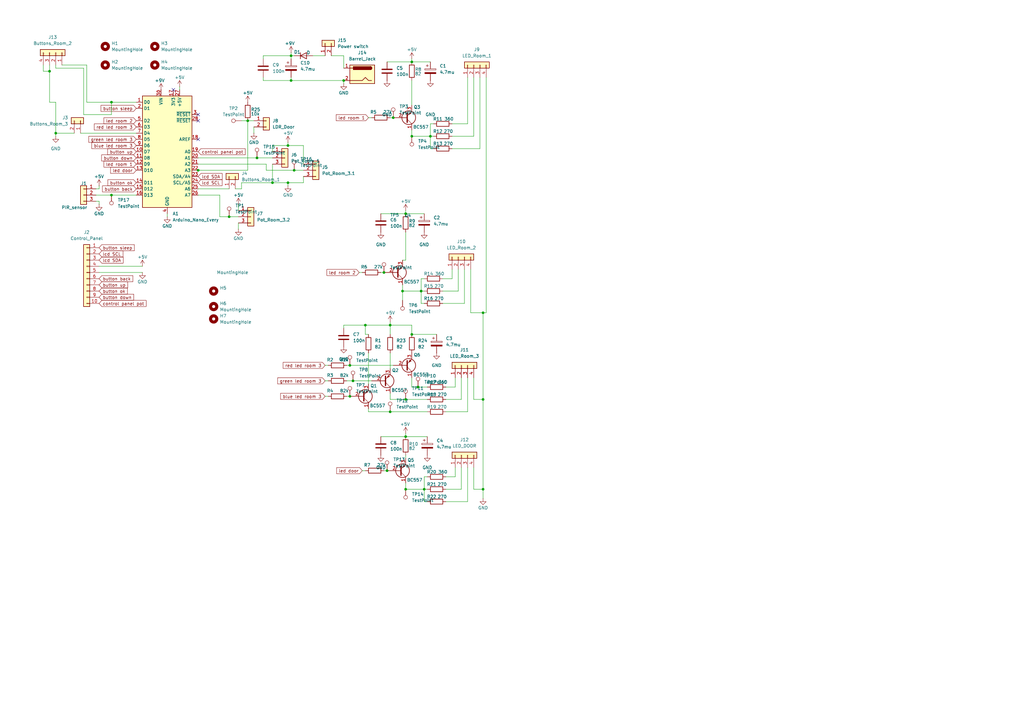
<source format=kicad_sch>
(kicad_sch (version 20231120) (generator "eeschema") (generator_version "8.0")
  (paper "A3")
  (junction (at 160.02 133.35))
  (junction (at 140.97 33.02))
  (junction (at 168.91 137.16))
  (junction (at 22.86 54.61))
  (junction (at 172.72 119.38))
  (junction (at 119.38 22.86))
  (junction (at 158.75 193.04))
  (junction (at 166.37 179.07))
  (junction (at 143.51 149.86))
  (junction (at 111.76 74.93))
  (junction (at 45.72 41.91))
  (junction (at 143.51 162.56))
  (junction (at 166.37 87.63))
  (junction (at 157.48 111.76))
  (junction (at 165.1 119.38))
  (junction (at 176.53 55.88))
  (junction (at 168.91 25.4))
  (junction (at 198.12 163.83))
  (junction (at 93.98 88.9))
  (junction (at 81.28 69.85))
  (junction (at 45.72 80.01))
  (junction (at 171.45 158.75))
  (junction (at 118.11 59.69))
  (junction (at 166.37 200.66))
  (junction (at 149.86 133.35))
  (junction (at 120.65 69.85))
  (junction (at 161.29 48.26))
  (junction (at 105.41 64.77))
  (junction (at 20.32 29.21))
  (junction (at 168.91 55.88))
  (junction (at 119.38 33.02))
  (junction (at 166.37 163.83))
  (junction (at 160.02 168.91))
  (junction (at 198.12 128.27))
  (junction (at 144.78 156.21))
  (junction (at 173.99 200.66))
  (junction (at 101.6 49.53))
  (junction (at 198.12 200.66))
  (junction (at 118.11 74.93))
  (no_connect (at 81.28 49.53))
  (no_connect (at 81.28 57.15))
  (no_connect (at 81.28 46.99))
  (no_connect (at 71.12 36.83))
  (wire (pts (xy 80.01 69.85) (xy 81.28 69.85)))
  (wire (pts (xy 111.76 74.93) (xy 118.11 74.93)))
  (wire (pts (xy 22.86 27.94) (xy 22.86 26.67)))
  (wire (pts (xy 140.97 22.86) (xy 140.97 27.94)))
  (wire (pts (xy 22.86 54.61) (xy 30.48 54.61)))
  (wire (pts (xy 193.04 110.49) (xy 193.04 128.27)))
  (wire (pts (xy 168.91 133.35) (xy 168.91 137.16)))
  (wire (pts (xy 22.86 54.61) (xy 22.86 41.91)))
  (wire (pts (xy 17.78 26.67) (xy 17.78 29.21)))
  (wire (pts (xy 124.46 72.39) (xy 124.46 74.93)))
  (wire (pts (xy 168.91 53.34) (xy 168.91 55.88)))
  (wire (pts (xy 198.12 163.83) (xy 198.12 200.66)))
  (wire (pts (xy 185.42 50.8) (xy 191.77 50.8)))
  (wire (pts (xy 119.38 22.86) (xy 119.38 24.13)))
  (wire (pts (xy 73.66 35.56) (xy 73.66 36.83)))
  (wire (pts (xy 118.11 74.93) (xy 124.46 74.93)))
  (wire (pts (xy 107.95 31.75) (xy 107.95 33.02)))
  (wire (pts (xy 81.28 69.85) (xy 101.6 69.85)))
  (wire (pts (xy 107.95 22.86) (xy 107.95 24.13)))
  (wire (pts (xy 182.88 195.58) (xy 186.69 195.58)))
  (wire (pts (xy 181.61 124.46) (xy 190.5 124.46)))
  (wire (pts (xy 166.37 198.12) (xy 166.37 200.66)))
  (wire (pts (xy 186.69 154.94) (xy 186.69 158.75)))
  (wire (pts (xy 160.02 168.91) (xy 175.26 168.91)))
  (wire (pts (xy 99.06 77.47) (xy 96.52 77.47)))
  (wire (pts (xy 40.64 82.55) (xy 39.37 82.55)))
  (wire (pts (xy 22.86 27.94) (xy 34.29 27.94)))
  (wire (pts (xy 165.1 116.84) (xy 165.1 119.38)))
  (wire (pts (xy 135.89 22.86) (xy 140.97 22.86)))
  (wire (pts (xy 166.37 95.25) (xy 166.37 106.68)))
  (wire (pts (xy 101.6 49.53) (xy 104.14 49.53)))
  (wire (pts (xy 156.21 179.07) (xy 166.37 179.07)))
  (wire (pts (xy 119.38 22.86) (xy 120.65 22.86)))
  (wire (pts (xy 168.91 137.16) (xy 179.07 137.16)))
  (wire (pts (xy 147.32 111.76) (xy 148.59 111.76)))
  (wire (pts (xy 17.78 29.21) (xy 20.32 29.21)))
  (wire (pts (xy 144.78 156.21) (xy 152.4 156.21)))
  (wire (pts (xy 156.21 111.76) (xy 157.48 111.76)))
  (wire (pts (xy 149.86 137.16) (xy 151.13 137.16)))
  (wire (pts (xy 194.31 154.94) (xy 194.31 163.83)))
  (wire (pts (xy 35.56 41.91) (xy 45.72 41.91)))
  (wire (pts (xy 107.95 22.86) (xy 119.38 22.86)))
  (wire (pts (xy 166.37 106.68) (xy 165.1 106.68)))
  (wire (pts (xy 124.46 59.69) (xy 124.46 67.31)))
  (wire (pts (xy 168.91 55.88) (xy 176.53 55.88)))
  (wire (pts (xy 151.13 144.78) (xy 151.13 157.48)))
  (wire (pts (xy 140.97 34.29) (xy 140.97 33.02)))
  (wire (pts (xy 34.29 46.99) (xy 34.29 27.94)))
  (wire (pts (xy 149.86 133.35) (xy 160.02 133.35)))
  (wire (pts (xy 20.32 26.67) (xy 20.32 29.21)))
  (wire (pts (xy 111.76 67.31) (xy 111.76 74.93)))
  (wire (pts (xy 148.59 193.04) (xy 149.86 193.04)))
  (wire (pts (xy 143.51 149.86) (xy 161.29 149.86)))
  (wire (pts (xy 99.06 49.53) (xy 101.6 49.53)))
  (wire (pts (xy 168.91 33.02) (xy 168.91 43.18)))
  (wire (pts (xy 35.56 41.91) (xy 35.56 26.67)))
  (wire (pts (xy 160.02 48.26) (xy 161.29 48.26)))
  (wire (pts (xy 194.31 31.75) (xy 194.31 55.88)))
  (wire (pts (xy 199.39 31.75) (xy 199.39 128.27)))
  (wire (pts (xy 182.88 168.91) (xy 191.77 168.91)))
  (wire (pts (xy 111.76 59.69) (xy 118.11 59.69)))
  (wire (pts (xy 40.64 111.76) (xy 58.42 111.76)))
  (wire (pts (xy 20.32 41.91) (xy 22.86 41.91)))
  (wire (pts (xy 105.41 64.77) (xy 111.76 64.77)))
  (wire (pts (xy 166.37 179.07) (xy 175.26 179.07)))
  (wire (pts (xy 172.72 114.3) (xy 172.72 119.38)))
  (wire (pts (xy 198.12 200.66) (xy 198.12 204.47)))
  (wire (pts (xy 20.32 29.21) (xy 20.32 41.91)))
  (wire (pts (xy 101.6 49.53) (xy 101.6 69.85)))
  (wire (pts (xy 118.11 59.69) (xy 124.46 59.69)))
  (wire (pts (xy 118.11 74.93) (xy 118.11 76.2)))
  (wire (pts (xy 81.28 67.31) (xy 109.22 67.31)))
  (wire (pts (xy 81.28 77.47) (xy 93.98 77.47)))
  (wire (pts (xy 182.88 200.66) (xy 189.23 200.66)))
  (wire (pts (xy 175.26 158.75) (xy 171.45 158.75)))
  (wire (pts (xy 189.23 154.94) (xy 189.23 163.83)))
  (wire (pts (xy 128.27 22.86) (xy 133.35 22.86)))
  (wire (pts (xy 151.13 168.91) (xy 160.02 168.91)))
  (wire (pts (xy 119.38 33.02) (xy 119.38 31.75)))
  (wire (pts (xy 119.38 33.02) (xy 140.97 33.02)))
  (wire (pts (xy 158.75 25.4) (xy 168.91 25.4)))
  (wire (pts (xy 176.53 60.96) (xy 177.8 60.96)))
  (wire (pts (xy 185.42 60.96) (xy 196.85 60.96)))
  (wire (pts (xy 142.24 149.86) (xy 143.51 149.86)))
  (wire (pts (xy 104.14 52.07) (xy 104.14 54.61)))
  (wire (pts (xy 160.02 132.08) (xy 160.02 133.35)))
  (wire (pts (xy 133.35 149.86) (xy 134.62 149.86)))
  (wire (pts (xy 40.64 77.47) (xy 40.64 76.2)))
  (wire (pts (xy 142.24 162.56) (xy 143.51 162.56)))
  (wire (pts (xy 109.22 69.85) (xy 120.65 69.85)))
  (wire (pts (xy 22.86 54.61) (xy 22.86 55.88)))
  (wire (pts (xy 173.99 200.66) (xy 175.26 200.66)))
  (wire (pts (xy 182.88 205.74) (xy 191.77 205.74)))
  (wire (pts (xy 107.95 33.02) (xy 119.38 33.02)))
  (wire (pts (xy 191.77 154.94) (xy 191.77 168.91)))
  (wire (pts (xy 33.02 54.61) (xy 55.88 54.61)))
  (wire (pts (xy 45.72 80.01) (xy 55.88 80.01)))
  (wire (pts (xy 172.72 119.38) (xy 173.99 119.38)))
  (wire (pts (xy 176.53 55.88) (xy 177.8 55.88)))
  (wire (pts (xy 156.21 87.63) (xy 166.37 87.63)))
  (wire (pts (xy 97.79 91.44) (xy 97.79 93.98)))
  (wire (pts (xy 120.65 69.85) (xy 124.46 69.85)))
  (wire (pts (xy 191.77 31.75) (xy 191.77 50.8)))
  (wire (pts (xy 157.48 193.04) (xy 158.75 193.04)))
  (wire (pts (xy 90.17 80.01) (xy 90.17 88.9)))
  (wire (pts (xy 151.13 167.64) (xy 151.13 168.91)))
  (wire (pts (xy 168.91 25.4) (xy 176.53 25.4)))
  (wire (pts (xy 111.76 59.69) (xy 111.76 62.23)))
  (wire (pts (xy 182.88 158.75) (xy 186.69 158.75)))
  (wire (pts (xy 181.61 114.3) (xy 185.42 114.3)))
  (wire (pts (xy 181.61 119.38) (xy 187.96 119.38)))
  (wire (pts (xy 133.35 156.21) (xy 134.62 156.21)))
  (wire (pts (xy 185.42 55.88) (xy 194.31 55.88)))
  (wire (pts (xy 81.28 64.77) (xy 105.41 64.77)))
  (wire (pts (xy 151.13 48.26) (xy 152.4 48.26)))
  (wire (pts (xy 187.96 110.49) (xy 187.96 119.38)))
  (wire (pts (xy 198.12 128.27) (xy 198.12 163.83)))
  (wire (pts (xy 190.5 110.49) (xy 190.5 124.46)))
  (wire (pts (xy 111.76 74.93) (xy 99.06 74.93)))
  (wire (pts (xy 196.85 31.75) (xy 196.85 60.96)))
  (wire (pts (xy 40.64 109.22) (xy 58.42 109.22)))
  (wire (pts (xy 166.37 186.69) (xy 166.37 187.96)))
  (wire (pts (xy 25.4 26.67) (xy 35.56 26.67)))
  (wire (pts (xy 119.38 22.86) (xy 119.38 21.59)))
  (wire (pts (xy 182.88 163.83) (xy 189.23 163.83)))
  (wire (pts (xy 160.02 144.78) (xy 160.02 151.13)))
  (wire (pts (xy 199.39 128.27) (xy 198.12 128.27)))
  (wire (pts (xy 133.35 162.56) (xy 134.62 162.56)))
  (wire (pts (xy 140.97 133.35) (xy 140.97 134.62)))
  (wire (pts (xy 165.1 119.38) (xy 172.72 119.38)))
  (wire (pts (xy 172.72 124.46) (xy 173.99 124.46)))
  (wire (pts (xy 173.99 200.66) (xy 173.99 205.74)))
  (wire (pts (xy 81.28 80.01) (xy 90.17 80.01)))
  (wire (pts (xy 140.97 133.35) (xy 149.86 133.35)))
  (wire (pts (xy 109.22 67.31) (xy 109.22 69.85)))
  (wire (pts (xy 39.37 77.47) (xy 40.64 77.47)))
  (wire (pts (xy 165.1 123.19) (xy 165.1 119.38)))
  (wire (pts (xy 166.37 86.36) (xy 166.37 87.63)))
  (wire (pts (xy 166.37 177.8) (xy 166.37 179.07)))
  (wire (pts (xy 194.31 191.77) (xy 194.31 200.66)))
  (wire (pts (xy 176.53 50.8) (xy 176.53 55.88)))
  (wire (pts (xy 39.37 80.01) (xy 45.72 80.01)))
  (wire (pts (xy 160.02 133.35) (xy 160.02 137.16)))
  (wire (pts (xy 160.02 163.83) (xy 166.37 163.83)))
  (wire (pts (xy 173.99 205.74) (xy 175.26 205.74)))
  (wire (pts (xy 172.72 119.38) (xy 172.72 124.46)))
  (wire (pts (xy 166.37 163.83) (xy 175.26 163.83)))
  (wire (pts (xy 173.99 195.58) (xy 173.99 200.66)))
  (wire (pts (xy 173.99 195.58) (xy 175.26 195.58)))
  (wire (pts (xy 166.37 87.63) (xy 173.99 87.63)))
  (wire (pts (xy 193.04 128.27) (xy 198.12 128.27)))
  (wire (pts (xy 68.58 87.63) (xy 68.58 88.9)))
  (wire (pts (xy 186.69 191.77) (xy 186.69 195.58)))
  (wire (pts (xy 160.02 161.29) (xy 160.02 163.83)))
  (wire (pts (xy 45.72 41.91) (xy 45.72 46.99)))
  (wire (pts (xy 171.45 158.75) (xy 168.91 158.75)))
  (wire (pts (xy 160.02 133.35) (xy 168.91 133.35)))
  (wire (pts (xy 176.53 55.88) (xy 176.53 60.96)))
  (wire (pts (xy 185.42 110.49) (xy 185.42 114.3)))
  (wire (pts (xy 90.17 88.9) (xy 93.98 88.9)))
  (wire (pts (xy 194.31 200.66) (xy 198.12 200.66)))
  (wire (pts (xy 142.24 156.21) (xy 144.78 156.21)))
  (wire (pts (xy 40.64 83.82) (xy 40.64 82.55)))
  (wire (pts (xy 176.53 50.8) (xy 177.8 50.8)))
  (wire (pts (xy 93.98 88.9) (xy 97.79 88.9)))
  (wire (pts (xy 118.11 58.42) (xy 118.11 59.69)))
  (wire (pts (xy 34.29 46.99) (xy 45.72 46.99)))
  (wire (pts (xy 168.91 24.13) (xy 168.91 25.4)))
  (wire (pts (xy 45.72 41.91) (xy 55.88 41.91)))
  (wire (pts (xy 191.77 191.77) (xy 191.77 205.74)))
  (wire (pts (xy 168.91 154.94) (xy 168.91 158.75)))
  (wire (pts (xy 166.37 200.66) (xy 173.99 200.66)))
  (wire (pts (xy 194.31 163.83) (xy 198.12 163.83)))
  (wire (pts (xy 172.72 114.3) (xy 173.99 114.3)))
  (wire (pts (xy 149.86 133.35) (xy 149.86 137.16)))
  (wire (pts (xy 99.06 74.93) (xy 99.06 77.47)))
  (wire (pts (xy 97.79 83.82) (xy 97.79 86.36)))
  (wire (pts (xy 189.23 191.77) (xy 189.23 200.66)))
  (global_label "button ok" (shape input) (at 40.64 119.38 0) (property "Intersheetrefs" "${INTERSHEET_REFS}" (effects (hide yes))))
  (global_label "red led room 3" (shape input) (at 55.88 52.07 180) (property "Intersheetrefs" "${INTERSHEET_REFS}" (effects (hide yes))))
  (global_label "lcd SDA" (shape input) (at 81.28 72.39 0) (property "Intersheetrefs" "${INTERSHEET_REFS}" (effects (hide yes))))
  (global_label "button back" (shape input) (at 55.88 77.47 180) (property "Intersheetrefs" "${INTERSHEET_REFS}" (effects (hide yes))))
  (global_label "green led room 3" (shape input) (at 133.35 156.21 180) (property "Intersheetrefs" "${INTERSHEET_REFS}" (effects (hide yes))))
  (global_label "control panel pot" (shape input) (at 40.64 124.46 0) (property "Intersheetrefs" "${INTERSHEET_REFS}" (effects (hide yes))))
  (global_label "led room 1" (shape input) (at 55.88 67.31 180) (property "Intersheetrefs" "${INTERSHEET_REFS}" (effects (hide yes))))
  (global_label "led room 1" (shape input) (at 151.13 48.26 180) (property "Intersheetrefs" "${INTERSHEET_REFS}" (effects (hide yes))))
  (global_label "led room 2" (shape input) (at 55.88 49.53 180) (property "Intersheetrefs" "${INTERSHEET_REFS}" (effects (hide yes))))
  (global_label "button down" (shape input) (at 40.64 121.92 0) (property "Intersheetrefs" "${INTERSHEET_REFS}" (effects (hide yes))))
  (global_label "lcd SDA" (shape input) (at 40.64 106.68 0) (property "Intersheetrefs" "${INTERSHEET_REFS}" (effects (hide yes))))
  (global_label "led room 2" (shape input) (at 147.32 111.76 180) (property "Intersheetrefs" "${INTERSHEET_REFS}" (effects (hide yes))))
  (global_label "blue led room 3" (shape input) (at 55.88 59.69 180) (property "Intersheetrefs" "${INTERSHEET_REFS}" (effects (hide yes))))
  (global_label "button ok" (shape input) (at 55.88 74.93 180) (property "Intersheetrefs" "${INTERSHEET_REFS}" (effects (hide yes))))
  (global_label "blue led room 3" (shape input) (at 133.35 162.56 180) (property "Intersheetrefs" "${INTERSHEET_REFS}" (effects (hide yes))))
  (global_label "button sleep" (shape input) (at 55.88 44.45 180) (property "Intersheetrefs" "${INTERSHEET_REFS}" (effects (hide yes))))
  (global_label "green led room 3" (shape input) (at 55.88 57.15 180) (property "Intersheetrefs" "${INTERSHEET_REFS}" (effects (hide yes))))
  (global_label "button up" (shape input) (at 55.88 62.23 180) (property "Intersheetrefs" "${INTERSHEET_REFS}" (effects (hide yes))))
  (global_label "button up" (shape input) (at 40.64 116.84 0) (property "Intersheetrefs" "${INTERSHEET_REFS}" (effects (hide yes))))
  (global_label "red led room 3" (shape input) (at 133.35 149.86 180) (property "Intersheetrefs" "${INTERSHEET_REFS}" (effects (hide yes))))
  (global_label "led door" (shape input) (at 148.59 193.04 180) (property "Intersheetrefs" "${INTERSHEET_REFS}" (effects (hide yes))))
  (global_label "lcd SCL" (shape input) (at 81.28 74.93 0) (property "Intersheetrefs" "${INTERSHEET_REFS}" (effects (hide yes))))
  (global_label "lcd SCL" (shape input) (at 40.64 104.14 0) (property "Intersheetrefs" "${INTERSHEET_REFS}" (effects (hide yes))))
  (global_label "button back" (shape input) (at 40.64 114.3 0) (property "Intersheetrefs" "${INTERSHEET_REFS}" (effects (hide yes))))
  (global_label "led door" (shape input) (at 55.88 69.85 180) (property "Intersheetrefs" "${INTERSHEET_REFS}" (effects (hide yes))))
  (global_label "button down" (shape input) (at 55.88 64.77 180) (property "Intersheetrefs" "${INTERSHEET_REFS}" (effects (hide yes))))
  (global_label "button sleep" (shape input) (at 40.64 101.6 0) (property "Intersheetrefs" "${INTERSHEET_REFS}" (effects (hide yes))))
  (global_label "control panel pot" (shape input) (at 81.28 62.23 0) (property "Intersheetrefs" "${INTERSHEET_REFS}" (effects (hide yes))))
  (symbol (lib_id "power:GND") (at 175.26 186.69 0) (unit 1)
    (property "Reference" "#PWR024" (effects (hide yes)))
    (property "Value" "GND" (at 175.26 191.77 0))
    (property "Description" "Power symbol creates a global label with name \"GND\" , ground" (effects (hide yes)))
  )
  (symbol (lib_id "Connector:TestPoint") (at 157.48 111.76 0) (unit 1)
    (property "Reference" "TP5" (at 160.02 88.1379 0) (effects (justify left)))
    (property "Value" "TestPoint" (at 160.02 109.7279 0) (effects (justify left)))
    (property "Footprint" "TestPoint:TestPoint_Pad_2.0x2.0mm" (effects (hide yes)))
    (property "Description" "test point" (effects (hide yes)))
  )
  (symbol (lib_id "Connector:Barrel_Jack") (at 148.59 30.48 0) (mirror y) (unit 1)
    (property "Reference" "J14" (at 148.59 21.59 0))
    (property "Value" "Barrel_Jack" (at 148.59 24.13 0))
    (property "Footprint" "Connector_BarrelJack:BarrelJack_Horizontal" (effects (hide yes)))
    (property "Description" "DC Barrel Jack" (effects (hide yes)))
  )
  (symbol (lib_id "Connector_Generic:Conn_01x02") (at 133.35 17.78 90) (unit 1)
    (property "Reference" "J15" (at 138.43 16.5099 90) (effects (justify right)))
    (property "Value" "Power switch" (at 138.43 19.0499 90) (effects (justify right)))
    (property "Footprint" "Connector_PinHeader_2.54mm:PinHeader_1x02_P2.54mm_Vertical" (effects (hide yes)))
    (property "Description" "Generic connector, single row, 01x02, script generated (kicad-library-utils/schlib/autogen/connector/)" (effects (hide yes)))
  )
  (symbol (lib_id "Device:C_Polarized") (at 119.38 27.94 0) (unit 1)
    (property "Reference" "C10" (at 123.19 25.7809 0) (effects (justify left)))
    (property "Value" "4.7mu" (at 123.19 28.3209 0) (effects (justify left)))
    (property "Footprint" "Capacitor_THT:CP_Radial_D5.0mm_P2.50mm" (effects (hide yes)))
    (property "Description" "Polarized capacitor" (effects (hide yes)))
  )
  (symbol (lib_id "Device:C_Polarized") (at 179.07 140.97 0) (unit 1)
    (property "Reference" "C3" (at 182.88 138.8109 0) (effects (justify left)))
    (property "Value" "4.7mu" (at 182.88 141.3509 0) (effects (justify left)))
    (property "Footprint" "Capacitor_THT:CP_Radial_D5.0mm_P2.50mm" (effects (hide yes)))
    (property "Description" "Polarized capacitor" (effects (hide yes)))
  )
  (symbol (lib_id "Connector:TestPoint") (at 144.78 156.21 0) (unit 1)
    (property "Reference" "TP8" (at 147.32 151.6379 0) (effects (justify left)))
    (property "Value" "TestPoint" (at 147.32 154.1779 0) (effects (justify left)))
    (property "Footprint" "TestPoint:TestPoint_Pad_2.0x2.0mm" (effects (hide yes)))
    (property "Description" "test point" (effects (hide yes)))
  )
  (symbol (lib_id "Device:R") (at 179.07 195.58 90) (unit 1)
    (property "Reference" "R20" (at 177.038 193.548 90))
    (property "Value" "360" (at 181.61 193.548 90))
    (property "Footprint" "Resistor_THT:R_Axial_DIN0207_L6.3mm_D2.5mm_P10.16mm_Horizontal" (effects (hide yes)))
    (property "Description" "Resistor" (effects (hide yes)))
  )
  (symbol (lib_id "power:GND") (at 158.75 33.02 0) (unit 1)
    (property "Reference" "#PWR025" (effects (hide yes)))
    (property "Value" "GND" (at 158.75 46.99 0))
    (property "Description" "Power symbol creates a global label with name \"GND\" , ground" (effects (hide yes)))
  )
  (symbol (lib_id "Device:C") (at 158.75 29.21 0) (unit 1)
    (property "Reference" "C5" (at 162.56 27.9399 0) (effects (justify left)))
    (property "Value" "100n" (at 162.56 30.4799 0) (effects (justify left)))
    (property "Footprint" "Capacitor_THT:C_Rect_L7.2mm_W3.0mm_P5.00mm_FKS2_FKP2_MKS2_MKP2" (effects (hide yes)))
    (property "Description" "Unpolarized capacitor" (effects (hide yes)))
  )
  (symbol (lib_id "Connector:TestPoint") (at 168.91 55.88 180) (unit 1)
    (property "Reference" "TP4" (at 171.45 57.9119 0) (effects (justify right)))
    (property "Value" "TestPoint" (at 171.45 60.4519 0) (effects (justify right)))
    (property "Footprint" "TestPoint:TestPoint_Pad_2.0x2.0mm" (effects (hide yes)))
    (property "Description" "test point" (effects (hide yes)))
  )
  (symbol (lib_id "Device:R") (at 177.8 124.46 90) (unit 1)
    (property "Reference" "R16" (at 175.768 122.428 90))
    (property "Value" "270" (at 180.086 122.428 90))
    (property "Footprint" "Resistor_THT:R_Axial_DIN0207_L6.3mm_D2.5mm_P10.16mm_Horizontal" (effects (hide yes)))
    (property "Description" "Resistor" (effects (hide yes)))
  )
  (symbol (lib_id "Mechanical:MountingHole") (at 63.5 26.67 0) (unit 1) (exclude_from_sim yes) (in_bom no)
    (property "Reference" "H4" (at 66.04 25.3999 0) (effects (justify left)))
    (property "Value" "MountingHole" (at 66.04 27.9399 0) (effects (justify left)))
    (property "Footprint" "MountingHole:MountingHole_3.2mm_M3" (effects (hide yes)))
    (property "Description" "Mounting Hole without connection" (effects (hide yes)))
  )
  (symbol (lib_id "power:GND") (at 58.42 111.76 0) (unit 1)
    (property "Reference" "#PWR02" (effects (hide yes)))
    (property "Value" "GND" (at 58.42 115.57 0))
    (property "Description" "Power symbol creates a global label with name \"GND\" , ground" (effects (hide yes)))
  )
  (symbol (lib_id "Device:R") (at 151.13 140.97 0) (unit 1)
    (property "Reference" "R1" (at 153.67 139.6999 0) (effects (justify left)))
    (property "Value" "82" (at 153.67 142.2399 0) (effects (justify left)))
    (property "Footprint" "Resistor_THT:R_Axial_DIN0207_L6.3mm_D2.5mm_P10.16mm_Horizontal" (effects (hide yes)))
    (property "Description" "Resistor" (effects (hide yes)))
  )
  (symbol (lib_id "power:GND") (at 140.97 142.24 0) (unit 1)
    (property "Reference" "#PWR027" (effects (hide yes)))
    (property "Value" "GND" (at 140.97 147.32 0))
    (property "Description" "Power symbol creates a global label with name \"GND\" , ground" (effects (hide yes)))
  )
  (symbol (lib_id "Mechanical:MountingHole") (at 87.63 130.81 0) (unit 1) (exclude_from_sim yes) (in_bom no)
    (property "Reference" "H7" (at 90.17 129.5399 0) (effects (justify left)))
    (property "Value" "MountingHole" (at 90.17 132.0799 0) (effects (justify left)))
    (property "Footprint" "MountingHole:MountingHole_3.2mm_M3" (effects (hide yes)))
    (property "Description" "Mounting Hole without connection" (effects (hide yes)))
  )
  (symbol (lib_id "Device:C") (at 156.21 91.44 0) (unit 1)
    (property "Reference" "C6" (at 160.02 90.1699 0) (effects (justify left)))
    (property "Value" "100n" (at 160.02 92.7099 0) (effects (justify left)))
    (property "Footprint" "Capacitor_THT:C_Rect_L7.2mm_W3.0mm_P5.00mm_FKS2_FKP2_MKS2_MKP2" (effects (hide yes)))
    (property "Description" "Unpolarized capacitor" (effects (hide yes)))
  )
  (symbol (lib_id "power:+5V") (at 97.79 83.82 0) (unit 1)
    (property "Reference" "#PWR09" (effects (hide yes)))
    (property "Value" "+5V" (at 97.79 80.01 0))
    (property "Description" "Power symbol creates a global label with name \"+5V\"" (effects (hide yes)))
  )
  (symbol (lib_id "Connector_Generic:Conn_01x03") (at 116.84 64.77 0) (unit 1)
    (property "Reference" "J6" (at 119.38 63.4999 0) (effects (justify left)))
    (property "Value" "Pot_Room_1" (at 119.38 66.0399 0) (effects (justify left)))
    (property "Footprint" "Connector_PinHeader_2.54mm:PinHeader_1x03_P2.54mm_Vertical" (effects (hide yes)))
    (property "Description" "Generic connector, single row, 01x03, script generated (kicad-library-utils/schlib/autogen/connector/)" (effects (hide yes)))
  )
  (symbol (lib_id "power:GND") (at 97.79 93.98 0) (unit 1)
    (property "Reference" "#PWR010" (effects (hide yes)))
    (property "Value" "GND" (at 97.79 97.79 0))
    (property "Description" "Power symbol creates a global label with name \"GND\" , ground" (effects (hide yes)))
  )
  (symbol (lib_id "Device:R") (at 168.91 140.97 0) (unit 1)
    (property "Reference" "R24" (at 171.45 139.6999 0) (effects (justify left)))
    (property "Value" "82" (at 171.45 142.2399 0) (effects (justify left)))
    (property "Footprint" "Resistor_THT:R_Axial_DIN0207_L6.3mm_D2.5mm_P10.16mm_Horizontal" (effects (hide yes)))
    (property "Description" "Resistor" (effects (hide yes)))
  )
  (symbol (lib_id "Device:C") (at 156.21 182.88 0) (unit 1)
    (property "Reference" "C8" (at 160.02 181.6099 0) (effects (justify left)))
    (property "Value" "100n" (at 160.02 184.1499 0) (effects (justify left)))
    (property "Footprint" "Capacitor_THT:C_Rect_L7.2mm_W3.0mm_P5.00mm_FKS2_FKP2_MKS2_MKP2" (effects (hide yes)))
    (property "Description" "Unpolarized capacitor" (effects (hide yes)))
  )
  (symbol (lib_id "power:+5V") (at 166.37 177.8 0) (unit 1)
    (property "Reference" "#PWR019" (effects (hide yes)))
    (property "Value" "+5V" (at 166.116 173.99 0))
    (property "Description" "Power symbol creates a global label with name \"+5V\"" (effects (hide yes)))
  )
  (symbol (lib_id "power:GND") (at 156.21 186.69 0) (unit 1)
    (property "Reference" "#PWR028" (effects (hide yes)))
    (property "Value" "GND" (at 156.21 191.77 0))
    (property "Description" "Power symbol creates a global label with name \"GND\" , ground" (effects (hide yes)))
  )
  (symbol (lib_id "Connector:TestPoint") (at 99.06 49.53 90) (unit 1)
    (property "Reference" "TP2" (at 95.758 44.45 90))
    (property "Value" "TestPoint" (at 95.758 46.99 90))
    (property "Footprint" "TestPoint:TestPoint_Pad_2.0x2.0mm" (effects (hide yes)))
    (property "Description" "test point" (effects (hide yes)))
  )
  (symbol (lib_id "Device:D") (at 124.46 22.86 0) (unit 1)
    (property "Reference" "D1" (at 121.92 21.336 0))
    (property "Value" "D" (at 126.492 21.59 0))
    (property "Footprint" "Resistor_THT:R_Axial_DIN0207_L6.3mm_D2.5mm_P10.16mm_Horizontal" (effects (hide yes)))
    (property "Description" "Diode" (effects (hide yes)))
    (property "Sim.Device" "D" (effects (hide yes)))
    (property "Sim.Pins" "1=K 2=A" (effects (hide yes)))
  )
  (symbol (lib_id "power:GND") (at 104.14 54.61 0) (mirror y) (unit 1)
    (property "Reference" "#PWR029" (effects (hide yes)))
    (property "Value" "GND" (at 104.14 58.42 0))
    (property "Description" "Power symbol creates a global label with name \"GND\" , ground" (effects (hide yes)))
  )
  (symbol (lib_id "Connector_Generic:Conn_01x02") (at 109.22 49.53 0) (unit 1)
    (property "Reference" "J8" (at 111.76 49.5299 0) (effects (justify left)))
    (property "Value" "LDR_Door" (at 111.76 52.0699 0) (effects (justify left)))
    (property "Footprint" "Connector_PinHeader_2.54mm:PinHeader_1x02_P2.54mm_Vertical" (effects (hide yes)))
    (property "Description" "Generic connector, single row, 01x02, script generated (kicad-library-utils/schlib/autogen/connector/)" (effects (hide yes)))
  )
  (symbol (lib_id "Device:R") (at 181.61 60.96 90) (unit 1)
    (property "Reference" "R13" (at 179.578 58.928 90))
    (property "Value" "270" (at 183.896 58.928 90))
    (property "Footprint" "Resistor_THT:R_Axial_DIN0207_L6.3mm_D2.5mm_P10.16mm_Horizontal" (effects (hide yes)))
    (property "Description" "Resistor" (effects (hide yes)))
  )
  (symbol (lib_id "arduino_nano_every_custom:Arduino_Nano_Every") (at 68.58 62.23 0) (unit 1)
    (property "Reference" "A1" (at 70.7741 87.63 0) (effects (justify left)))
    (property "Value" "Arduino_Nano_Every" (at 70.7741 90.17 0) (effects (justify left)))
    (property "Footprint" "Module:Arduino_Nano" (effects (hide yes)))
    (property "Datasheet" "https://content.arduino.cc/assets/NANOEveryV3.0_sch.pdf" (effects (hide yes)))
    (property "Description" "Arduino Nano Every" (effects (hide yes)))
  )
  (symbol (lib_id "Device:R") (at 160.02 140.97 0) (unit 1)
    (property "Reference" "R23" (at 162.56 139.6999 0) (effects (justify left)))
    (property "Value" "82" (at 162.56 142.2399 0) (effects (justify left)))
    (property "Footprint" "Resistor_THT:R_Axial_DIN0207_L6.3mm_D2.5mm_P10.16mm_Horizontal" (effects (hide yes)))
    (property "Description" "Resistor" (effects (hide yes)))
  )
  (symbol (lib_id "Device:R") (at 181.61 55.88 90) (unit 1)
    (property "Reference" "R12" (at 179.578 53.848 90))
    (property "Value" "270" (at 183.896 53.848 90))
    (property "Footprint" "Resistor_THT:R_Axial_DIN0207_L6.3mm_D2.5mm_P10.16mm_Horizontal" (effects (hide yes)))
    (property "Description" "Resistor" (effects (hide yes)))
  )
  (symbol (lib_id "power:+5V") (at 160.02 132.08 0) (unit 1)
    (property "Reference" "#PWR016" (effects (hide yes)))
    (property "Value" "+5V" (at 160.02 128.27 0))
    (property "Description" "Power symbol creates a global label with name \"+5V\"" (effects (hide yes)))
  )
  (symbol (lib_id "Transistor_BJT:BC557") (at 162.56 111.76 0) (mirror x) (unit 1)
    (property "Reference" "Q4" (at 165.862 88.392 0) (effects (justify left)))
    (property "Value" "BC557" (at 165.608 115.57 0) (effects (justify left)))
    (property "Footprint" "Package_TO_SOT_THT:TO-92_Inline_Wide" (effects (hide yes)))
    (property "Datasheet" "https://www.onsemi.com/pub/Collateral/BC556BTA-D.pdf" (effects (hide yes)))
    (property "Description" "0.1A Ic, 45V Vce, PNP Small Signal Transistor, TO-92" (effects (hide yes)))
  )
  (symbol (lib_id "Device:R") (at 179.07 200.66 90) (unit 1)
    (property "Reference" "R21" (at 177.038 198.628 90))
    (property "Value" "270" (at 181.356 198.628 90))
    (property "Footprint" "Resistor_THT:R_Axial_DIN0207_L6.3mm_D2.5mm_P10.16mm_Horizontal" (effects (hide yes)))
    (property "Description" "Resistor" (effects (hide yes)))
  )
  (symbol (lib_id "power:GND") (at 118.11 76.2 0) (unit 1)
    (property "Reference" "#PWR015" (effects (hide yes)))
    (property "Value" "GND" (at 118.11 80.01 0))
    (property "Description" "Power symbol creates a global label with name \"GND\" , ground" (effects (hide yes)))
  )
  (symbol (lib_id "Device:R") (at 177.8 119.38 90) (unit 1)
    (property "Reference" "R15" (at 175.768 117.348 90))
    (property "Value" "270" (at 180.086 117.348 90))
    (property "Footprint" "Resistor_THT:R_Axial_DIN0207_L6.3mm_D2.5mm_P10.16mm_Horizontal" (effects (hide yes)))
    (property "Description" "Resistor" (effects (hide yes)))
  )
  (symbol (lib_id "Device:R") (at 181.61 50.8 90) (unit 1)
    (property "Reference" "R11" (at 179.578 48.768 90))
    (property "Value" "360" (at 184.15 48.768 90))
    (property "Footprint" "Resistor_THT:R_Axial_DIN0207_L6.3mm_D2.5mm_P10.16mm_Horizontal" (effects (hide yes)))
    (property "Description" "Resistor" (effects (hide yes)))
  )
  (symbol (lib_id "Mechanical:MountingHole") (at 43.18 19.05 0) (unit 1) (exclude_from_sim yes) (in_bom no)
    (property "Reference" "H1" (at 45.72 17.7799 0) (effects (justify left)))
    (property "Value" "MountingHole" (at 45.72 20.3199 0) (effects (justify left)))
    (property "Footprint" "MountingHole:MountingHole_3.2mm_M3" (effects (hide yes)))
    (property "Description" "Mounting Hole without connection" (effects (hide yes)))
  )
  (symbol (lib_id "Connector_Generic:Conn_01x03") (at 129.54 69.85 0) (unit 1)
    (property "Reference" "J5" (at 132.08 68.5799 0) (effects (justify left)))
    (property "Value" "Pot_Room_3.1" (at 132.08 71.1199 0) (effects (justify left)))
    (property "Footprint" "Connector_PinHeader_2.54mm:PinHeader_1x03_P2.54mm_Vertical" (effects (hide yes)))
    (property "Description" "Generic connector, single row, 01x03, script generated (kicad-library-utils/schlib/autogen/connector/)" (effects (hide yes)))
  )
  (symbol (lib_id "Connector:TestPoint") (at 105.41 64.77 0) (unit 1)
    (property "Reference" "TP15" (at 107.95 60.1979 0) (effects (justify left)))
    (property "Value" "TestPoint" (at 107.95 62.7379 0) (effects (justify left)))
    (property "Footprint" "TestPoint:TestPoint_Pad_2.0x2.0mm" (effects (hide yes)))
    (property "Description" "test point" (effects (hide yes)))
  )
  (symbol (lib_id "Connector:TestPoint") (at 120.65 69.85 0) (unit 1)
    (property "Reference" "TP16" (at 123.19 65.2779 0) (effects (justify left)))
    (property "Value" "TestPoint" (at 123.19 67.8179 0) (effects (justify left)))
    (property "Footprint" "TestPoint:TestPoint_Pad_2.0x2.0mm" (effects (hide yes)))
    (property "Description" "test point" (effects (hide yes)))
  )
  (symbol (lib_id "Device:R") (at 179.07 168.91 90) (unit 1)
    (property "Reference" "R19" (at 177.038 166.878 90))
    (property "Value" "270" (at 181.356 166.878 90))
    (property "Footprint" "Resistor_THT:R_Axial_DIN0207_L6.3mm_D2.5mm_P10.16mm_Horizontal" (effects (hide yes)))
    (property "Description" "Resistor" (effects (hide yes)))
  )
  (symbol (lib_id "Mechanical:MountingHole") (at 87.63 125.73 0) (unit 1) (exclude_from_sim yes) (in_bom no)
    (property "Reference" "H6" (at 90.17 124.4599 0) (effects (justify left)))
    (property "Value" "MountingHole" (at 90.17 126.9999 0) (effects (justify left)))
    (property "Footprint" "MountingHole:MountingHole_3.2mm_M3" (effects (hide yes)))
    (property "Description" "Mounting Hole without connection" (effects (hide yes)))
  )
  (symbol (lib_id "Connector_Generic:Conn_01x04") (at 189.23 186.69 90) (unit 1)
    (property "Reference" "J12" (at 190.5 180.34 90))
    (property "Value" "LED_DOOR" (at 190.5 182.88 90))
    (property "Footprint" "Connector_PinHeader_2.54mm:PinHeader_1x04_P2.54mm_Vertical" (effects (hide yes)))
    (property "Description" "Generic connector, single row, 01x04, script generated (kicad-library-utils/schlib/autogen/connector/)" (effects (hide yes)))
  )
  (symbol (lib_id "Transistor_BJT:BC557") (at 163.83 193.04 0) (mirror x) (unit 1)
    (property "Reference" "Q5" (at 167.132 188.722 0) (effects (justify left)))
    (property "Value" "BC557" (at 166.878 196.85 0) (effects (justify left)))
    (property "Footprint" "Package_TO_SOT_THT:TO-92_Inline_Wide" (effects (hide yes)))
    (property "Datasheet" "https://www.onsemi.com/pub/Collateral/BC556BTA-D.pdf" (effects (hide yes)))
    (property "Description" "0.1A Ic, 45V Vce, PNP Small Signal Transistor, TO-92" (effects (hide yes)))
  )
  (symbol (lib_id "power:+5V") (at 166.37 86.36 0) (unit 1)
    (property "Reference" "#PWR018" (effects (hide yes)))
    (property "Value" "+5V" (at 166.37 82.55 0))
    (property "Description" "Power symbol creates a global label with name \"+5V\"" (effects (hide yes)))
  )
  (symbol (lib_id "Device:R") (at 168.91 29.21 0) (unit 1)
    (property "Reference" "R8" (at 170.18 28.448 0) (effects (justify left)))
    (property "Value" "82" (at 170.18 30.226 0) (effects (justify left)))
    (property "Footprint" "Resistor_THT:R_Axial_DIN0207_L6.3mm_D2.5mm_P10.16mm_Horizontal" (effects (hide yes)))
    (property "Description" "Resistor" (effects (hide yes)))
  )
  (symbol (lib_id "power:GND") (at 173.99 95.25 0) (unit 1)
    (property "Reference" "#PWR022" (effects (hide yes)))
    (property "Value" "GND" (at 173.99 100.33 0))
    (property "Description" "Power symbol creates a global label with name \"GND\" , ground" (effects (hide yes)))
  )
  (symbol (lib_id "power:+5V") (at 168.91 24.13 0) (unit 1)
    (property "Reference" "#PWR017" (effects (hide yes)))
    (property "Value" "+5V" (at 168.91 20.32 0))
    (property "Description" "Power symbol creates a global label with name \"+5V\"" (effects (hide yes)))
  )
  (symbol (lib_id "Transistor_BJT:BC557") (at 157.48 156.21 0) (mirror x) (unit 1)
    (property "Reference" "Q2" (at 160.782 151.892 0) (effects (justify left)))
    (property "Value" "BC557" (at 160.528 160.02 0) (effects (justify left)))
    (property "Footprint" "Package_TO_SOT_THT:TO-92_Inline_Wide" (effects (hide yes)))
    (property "Datasheet" "https://www.onsemi.com/pub/Collateral/BC556BTA-D.pdf" (effects (hide yes)))
    (property "Description" "0.1A Ic, 45V Vce, PNP Small Signal Transistor, TO-92" (effects (hide yes)))
  )
  (symbol (lib_id "Device:R") (at 138.43 149.86 90) (unit 1)
    (property "Reference" "R2" (at 135.382 147.574 90))
    (property "Value" "82k" (at 141.224 147.574 90))
    (property "Footprint" "Resistor_THT:R_Axial_DIN0207_L6.3mm_D2.5mm_P10.16mm_Horizontal" (effects (hide yes)))
    (property "Description" "Resistor" (effects (hide yes)))
  )
  (symbol (lib_id "power:GND") (at 156.21 95.25 0) (unit 1)
    (property "Reference" "#PWR026" (effects (hide yes)))
    (property "Value" "GND" (at 156.21 100.33 0))
    (property "Description" "Power symbol creates a global label with name \"GND\" , ground" (effects (hide yes)))
  )
  (symbol (lib_id "Device:R") (at 179.07 158.75 90) (unit 1)
    (property "Reference" "R17" (at 177.038 156.718 90))
    (property "Value" "360" (at 181.61 156.718 90))
    (property "Footprint" "Resistor_THT:R_Axial_DIN0207_L6.3mm_D2.5mm_P10.16mm_Horizontal" (effects (hide yes)))
    (property "Description" "Resistor" (effects (hide yes)))
  )
  (symbol (lib_id "Transistor_BJT:BC557") (at 166.37 149.86 0) (mirror x) (unit 1)
    (property "Reference" "Q6" (at 169.672 145.542 0) (effects (justify left)))
    (property "Value" "BC557" (at 169.418 153.67 0) (effects (justify left)))
    (property "Footprint" "Package_TO_SOT_THT:TO-92_Inline_Wide" (effects (hide yes)))
    (property "Datasheet" "https://www.onsemi.com/pub/Collateral/BC556BTA-D.pdf" (effects (hide yes)))
    (property "Description" "0.1A Ic, 45V Vce, PNP Small Signal Transistor, TO-92" (effects (hide yes)))
  )
  (symbol (lib_id "Connector_Generic:Conn_01x03") (at 102.87 88.9 0) (unit 1)
    (property "Reference" "J7" (at 105.41 87.6299 0) (effects (justify left)))
    (property "Value" "Pot_Room_3.2" (at 105.41 90.1699 0) (effects (justify left)))
    (property "Footprint" "Connector_PinHeader_2.54mm:PinHeader_1x03_P2.54mm_Vertical" (effects (hide yes)))
    (property "Description" "Generic connector, single row, 01x03, script generated (kicad-library-utils/schlib/autogen/connector/)" (effects (hide yes)))
  )
  (symbol (lib_id "Mechanical:MountingHole") (at 87.63 119.38 0) (unit 1) (exclude_from_sim yes) (in_bom no)
    (property "Reference" "H5" (at 90.17 118.1099 0) (effects (justify left)))
    (property "Value" "MountingHole" (at 88.9 111.7599 0) (effects (justify left)))
    (property "Footprint" "MountingHole:MountingHole_3.2mm_M3" (effects (hide yes)))
    (property "Description" "Mounting Hole without connection" (effects (hide yes)))
  )
  (symbol (lib_id "power:GND") (at 40.64 83.82 0) (mirror y) (unit 1)
    (property "Reference" "#PWR04" (effects (hide yes)))
    (property "Value" "GND" (at 40.64 87.63 0))
    (property "Description" "Power symbol creates a global label with name \"GND\" , ground" (effects (hide yes)))
  )
  (symbol (lib_id "Connector_Generic:Conn_01x04") (at 194.31 26.67 90) (unit 1)
    (property "Reference" "J9" (at 195.58 20.32 90))
    (property "Value" "LED_Room_1" (at 195.58 22.86 90))
    (property "Footprint" "Connector_PinHeader_2.54mm:PinHeader_1x04_P2.54mm_Vertical" (effects (hide yes)))
    (property "Description" "Generic connector, single row, 01x04, script generated (kicad-library-utils/schlib/autogen/connector/)" (effects (hide yes)))
  )
  (symbol (lib_id "Device:R") (at 166.37 91.44 0) (unit 1)
    (property "Reference" "R9" (at 167.64 90.678 0) (effects (justify left)))
    (property "Value" "82" (at 167.64 92.456 0) (effects (justify left)))
    (property "Footprint" "Resistor_THT:R_Axial_DIN0207_L6.3mm_D2.5mm_P10.16mm_Horizontal" (effects (hide yes)))
    (property "Description" "Resistor" (effects (hide yes)))
  )
  (symbol (lib_id "power:+5V") (at 58.42 109.22 0) (unit 1)
    (property "Reference" "#PWR08" (effects (hide yes)))
    (property "Value" "+5V" (at 58.42 105.41 0))
    (property "Description" "Power symbol creates a global label with name \"+5V\"" (effects (hide yes)))
  )
  (symbol (lib_id "Device:R") (at 156.21 48.26 90) (unit 1)
    (property "Reference" "R5" (at 153.162 45.974 90))
    (property "Value" "27k" (at 159.004 45.974 90))
    (property "Footprint" "Resistor_THT:R_Axial_DIN0207_L6.3mm_D2.5mm_P10.16mm_Horizontal" (effects (hide yes)))
    (property "Description" "Resistor" (effects (hide yes)))
  )
  (symbol (lib_id "Device:R") (at 177.8 114.3 90) (unit 1)
    (property "Reference" "R14" (at 175.768 112.268 90))
    (property "Value" "360" (at 180.34 112.268 90))
    (property "Footprint" "Resistor_THT:R_Axial_DIN0207_L6.3mm_D2.5mm_P10.16mm_Horizontal" (effects (hide yes)))
    (property "Description" "Resistor" (effects (hide yes)))
  )
  (symbol (lib_id "power:+9V") (at 66.04 36.83 0) (unit 1)
    (property "Reference" "#PWR013" (effects (hide yes)))
    (property "Value" "+9V" (at 65.532 33.02 0))
    (property "Description" "Power symbol creates a global label with name \"+9V\"" (effects (hide yes)))
  )
  (symbol (lib_id "Device:C") (at 140.97 138.43 0) (unit 1)
    (property "Reference" "C7" (at 144.78 137.1599 0) (effects (justify left)))
    (property "Value" "100n" (at 144.78 139.6999 0) (effects (justify left)))
    (property "Footprint" "Capacitor_THT:C_Rect_L7.2mm_W3.0mm_P5.00mm_FKS2_FKP2_MKS2_MKP2" (effects (hide yes)))
    (property "Description" "Unpolarized capacitor" (effects (hide yes)))
  )
  (symbol (lib_id "Connector_Generic:Conn_01x02") (at 33.02 49.53 270) (mirror x) (unit 1)
    (property "Reference" "J3" (at 27.94 48.2599 90) (effects (justify right)))
    (property "Value" "Buttons_Room_3" (at 27.94 50.7999 90) (effects (justify right)))
    (property "Footprint" "Connector_PinHeader_2.54mm:PinHeader_1x02_P2.54mm_Vertical" (effects (hide yes)))
    (property "Description" "Generic connector, single row, 01x02, script generated (kicad-library-utils/schlib/autogen/connector/)" (effects (hide yes)))
  )
  (symbol (lib_id "Device:C_Polarized") (at 175.26 182.88 0) (unit 1)
    (property "Reference" "C4" (at 179.07 180.7209 0) (effects (justify left)))
    (property "Value" "4.7mu" (at 179.07 183.2609 0) (effects (justify left)))
    (property "Footprint" "Capacitor_THT:CP_Radial_D5.0mm_P2.50mm" (effects (hide yes)))
    (property "Description" "Polarized capacitor" (effects (hide yes)))
  )
  (symbol (lib_id "Device:C_Polarized") (at 173.99 91.44 0) (unit 1)
    (property "Reference" "C2" (at 177.8 89.2809 0) (effects (justify left)))
    (property "Value" "4.7mu" (at 177.8 91.8209 0) (effects (justify left)))
    (property "Footprint" "Capacitor_THT:CP_Radial_D5.0mm_P2.50mm" (effects (hide yes)))
    (property "Description" "Polarized capacitor" (effects (hide yes)))
  )
  (symbol (lib_id "Connector:TestPoint") (at 161.29 48.26 0) (unit 1)
    (property "Reference" "TP3" (at 163.83 43.6879 0) (effects (justify left)))
    (property "Value" "TestPoint" (at 163.83 46.2279 0) (effects (justify left)))
    (property "Footprint" "TestPoint:TestPoint_Pad_2.0x2.0mm" (effects (hide yes)))
    (property "Description" "test point" (effects (hide yes)))
  )
  (symbol (lib_id "Connector:TestPoint") (at 158.75 193.04 0) (unit 1)
    (property "Reference" "TP13" (at 161.29 188.4679 0) (effects (justify left)))
    (property "Value" "TestPoint" (at 161.29 191.0079 0) (effects (justify left)))
    (property "Footprint" "TestPoint:TestPoint_Pad_2.0x2.0mm" (effects (hide yes)))
    (property "Description" "test point" (effects (hide yes)))
  )
  (symbol (lib_id "Device:R") (at 179.07 205.74 90) (unit 1)
    (property "Reference" "R22" (at 177.038 203.708 90))
    (property "Value" "270" (at 181.356 203.708 90))
    (property "Footprint" "Resistor_THT:R_Axial_DIN0207_L6.3mm_D2.5mm_P10.16mm_Horizontal" (effects (hide yes)))
    (property "Description" "Resistor" (effects (hide yes)))
  )
  (symbol (lib_id "Transistor_BJT:BC557") (at 148.59 162.56 0) (mirror x) (unit 1)
    (property "Reference" "Q1" (at 151.892 158.242 0) (effects (justify left)))
    (property "Value" "BC557" (at 151.638 166.37 0) (effects (justify left)))
    (property "Footprint" "Package_TO_SOT_THT:TO-92_Inline_Wide" (effects (hide yes)))
    (property "Datasheet" "https://www.onsemi.com/pub/Collateral/BC556BTA-D.pdf" (effects (hide yes)))
    (property "Description" "0.1A Ic, 45V Vce, PNP Small Signal Transistor, TO-92" (effects (hide yes)))
  )
  (symbol (lib_id "power:GND") (at 176.53 33.02 0) (unit 1)
    (property "Reference" "#PWR021" (effects (hide yes)))
    (property "Value" "GND" (at 176.53 46.99 0))
    (property "Description" "Power symbol creates a global label with name \"GND\" , ground" (effects (hide yes)))
  )
  (symbol (lib_id "Mechanical:MountingHole") (at 43.18 26.67 0) (unit 1) (exclude_from_sim yes) (in_bom no)
    (property "Reference" "H2" (at 45.72 25.3999 0) (effects (justify left)))
    (property "Value" "MountingHole" (at 45.72 27.9399 0) (effects (justify left)))
    (property "Footprint" "MountingHole:MountingHole_3.2mm_M3" (effects (hide yes)))
    (property "Description" "Mounting Hole without connection" (effects (hide yes)))
  )
  (symbol (lib_id "Mechanical:MountingHole") (at 63.5 19.05 0) (unit 1) (exclude_from_sim yes) (in_bom no)
    (property "Reference" "H3" (at 66.04 17.7799 0) (effects (justify left)))
    (property "Value" "MountingHole" (at 66.04 20.3199 0) (effects (justify left)))
    (property "Footprint" "MountingHole:MountingHole_3.2mm_M3" (effects (hide yes)))
    (property "Description" "Mounting Hole without connection" (effects (hide yes)))
  )
  (symbol (lib_id "Device:R") (at 138.43 162.56 90) (unit 1)
    (property "Reference" "R4" (at 135.382 160.274 90))
    (property "Value" "82k" (at 141.224 160.274 90))
    (property "Footprint" "Resistor_THT:R_Axial_DIN0207_L6.3mm_D2.5mm_P10.16mm_Horizontal" (effects (hide yes)))
    (property "Description" "Resistor" (effects (hide yes)))
  )
  (symbol (lib_id "Connector:TestPoint") (at 45.72 80.01 180) (unit 1)
    (property "Reference" "TP17" (at 48.26 82.0419 0) (effects (justify right)))
    (property "Value" "TestPoint" (at 48.26 84.5819 0) (effects (justify right)))
    (property "Footprint" "TestPoint:TestPoint_Pad_2.0x2.0mm" (effects (hide yes)))
    (property "Description" "test point" (effects (hide yes)))
  )
  (symbol (lib_id "Connector_Generic:Conn_01x03") (at 34.29 80.01 0) (mirror y) (unit 1)
    (property "Reference" "J1" (at 35.56 75.184 0) (effects (justify left)))
    (property "Value" "PIR_sensor" (at 35.814 85.09 0) (effects (justify left)))
    (property "Footprint" "Connector_PinHeader_2.54mm:PinHeader_1x03_P2.54mm_Vertical" (effects (hide yes)))
    (property "Description" "Generic connector, single row, 01x03, script generated (kicad-library-utils/schlib/autogen/connector/)" (effects (hide yes)))
  )
  (symbol (lib_id "Connector_Generic:Conn_01x04") (at 189.23 149.86 90) (unit 1)
    (property "Reference" "J11" (at 190.5 143.51 90))
    (property "Value" "LED_Room_3" (at 190.5 146.05 90))
    (property "Footprint" "Connector_PinHeader_2.54mm:PinHeader_1x04_P2.54mm_Vertical" (effects (hide yes)))
    (property "Description" "Generic connector, single row, 01x04, script generated (kicad-library-utils/schlib/autogen/connector/)" (effects (hide yes)))
  )
  (symbol (lib_id "Device:R") (at 138.43 156.21 90) (unit 1)
    (property "Reference" "R3" (at 135.382 153.924 90))
    (property "Value" "82k" (at 141.224 153.924 90))
    (property "Footprint" "Resistor_THT:R_Axial_DIN0207_L6.3mm_D2.5mm_P10.16mm_Horizontal" (effects (hide yes)))
    (property "Description" "Resistor" (effects (hide yes)))
  )
  (symbol (lib_id "Connector_Generic:Conn_01x04") (at 187.96 105.41 90) (unit 1)
    (property "Reference" "J10" (at 189.23 99.06 90))
    (property "Value" "LED_Room_2" (at 189.23 101.6 90))
    (property "Footprint" "Connector_PinHeader_2.54mm:PinHeader_1x04_P2.54mm_Vertical" (effects (hide yes)))
    (property "Description" "Generic connector, single row, 01x04, script generated (kicad-library-utils/schlib/autogen/connector/)" (effects (hide yes)))
  )
  (symbol (lib_id "power:GND") (at 22.86 55.88 0) (unit 1)
    (property "Reference" "#PWR01" (effects (hide yes)))
    (property "Value" "GND" (at 22.86 60.96 0))
    (property "Description" "Power symbol creates a global label with name \"GND\" , ground" (effects (hide yes)))
  )
  (symbol (lib_id "Connector:TestPoint") (at 93.98 88.9 0) (unit 1)
    (property "Reference" "TP1" (at 96.52 84.3279 0) (effects (justify left)))
    (property "Value" "TestPoint" (at 96.52 86.8679 0) (effects (justify left)))
    (property "Footprint" "TestPoint:TestPoint_Pad_2.0x2.0mm" (effects (hide yes)))
    (property "Description" "test point" (effects (hide yes)))
  )
  (symbol (lib_id "Connector:TestPoint") (at 160.02 168.91 0) (unit 1)
    (property "Reference" "TP12" (at 162.56 164.3379 0) (effects (justify left)))
    (property "Value" "TestPoint" (at 162.56 166.8779 0) (effects (justify left)))
    (property "Footprint" "TestPoint:TestPoint_Pad_2.0x2.0mm" (effects (hide yes)))
    (property "Description" "test point" (effects (hide yes)))
  )
  (symbol (lib_id "power:GND") (at 179.07 144.78 0) (unit 1)
    (property "Reference" "#PWR023" (effects (hide yes)))
    (property "Value" "GND" (at 179.07 149.86 0))
    (property "Description" "Power symbol creates a global label with name \"GND\" , ground" (effects (hide yes)))
  )
  (symbol (lib_id "Connector_Generic:Conn_01x02") (at 93.98 72.39 90) (unit 1)
    (property "Reference" "J4" (at 99.06 71.1199 90) (effects (justify right)))
    (property "Value" "Buttons_Room_1" (at 99.06 73.6599 90) (effects (justify right)))
    (property "Footprint" "Connector_PinHeader_2.54mm:PinHeader_1x02_P2.54mm_Vertical" (effects (hide yes)))
    (property "Description" "Generic connector, single row, 01x02, script generated (kicad-library-utils/schlib/autogen/connector/)" (effects (hide yes)))
  )
  (symbol (lib_id "Connector:TestPoint") (at 166.37 163.83 0) (unit 1)
    (property "Reference" "TP11" (at 168.91 159.2579 0) (effects (justify left)))
    (property "Value" "TestPoint" (at 168.91 161.7979 0) (effects (justify left)))
    (property "Footprint" "TestPoint:TestPoint_Pad_2.0x2.0mm" (effects (hide yes)))
    (property "Description" "test point" (effects (hide yes)))
  )
  (symbol (lib_id "power:+9V") (at 119.38 21.59 0) (unit 1)
    (property "Reference" "#PWR05" (effects (hide yes)))
    (property "Value" "+9V" (at 118.872 17.78 0))
    (property "Description" "Power symbol creates a global label with name \"+9V\"" (effects (hide yes)))
  )
  (symbol (lib_id "Device:R") (at 179.07 163.83 90) (unit 1)
    (property "Reference" "R18" (at 177.038 161.798 90))
    (property "Value" "270" (at 181.356 161.798 90))
    (property "Footprint" "Resistor_THT:R_Axial_DIN0207_L6.3mm_D2.5mm_P10.16mm_Horizontal" (effects (hide yes)))
    (property "Description" "Resistor" (effects (hide yes)))
  )
  (symbol (lib_id "Connector:TestPoint") (at 166.37 200.66 180) (unit 1)
    (property "Reference" "TP14" (at 168.91 202.6919 0) (effects (justify right)))
    (property "Value" "TestPoint" (at 168.91 205.2319 0) (effects (justify right)))
    (property "Footprint" "TestPoint:TestPoint_Pad_2.0x2.0mm" (effects (hide yes)))
    (property "Description" "test point" (effects (hide yes)))
  )
  (symbol (lib_id "Device:C") (at 107.95 27.94 0) (unit 1)
    (property "Reference" "C9" (at 111.76 26.6699 0) (effects (justify left)))
    (property "Value" "100n" (at 111.76 29.2099 0) (effects (justify left)))
    (property "Footprint" "Capacitor_THT:C_Rect_L7.2mm_W3.0mm_P5.00mm_FKS2_FKP2_MKS2_MKP2" (effects (hide yes)))
    (property "Description" "Unpolarized capacitor" (effects (hide yes)))
  )
  (symbol (lib_id "Connector:TestPoint") (at 171.45 158.75 0) (unit 1)
    (property "Reference" "TP10" (at 173.99 154.1779 0) (effects (justify left)))
    (property "Value" "TestPoint" (at 173.99 156.7179 0) (effects (justify left)))
    (property "Footprint" "TestPoint:TestPoint_Pad_2.0x2.0mm" (effects (hide yes)))
    (property "Description" "test point" (effects (hide yes)))
  )
  (symbol (lib_id "Device:R") (at 166.37 182.88 0) (unit 1)
    (property "Reference" "R10" (at 167.64 182.118 0) (effects (justify left)))
    (property "Value" "82" (at 167.64 183.896 0) (effects (justify left)))
    (property "Footprint" "Resistor_THT:R_Axial_DIN0207_L6.3mm_D2.5mm_P10.16mm_Horizontal" (effects (hide yes)))
    (property "Description" "Resistor" (effects (hide yes)))
  )
  (symbol (lib_id "power:+5V") (at 118.11 58.42 0) (unit 1)
    (property "Reference" "#PWR014" (effects (hide yes)))
    (property "Value" "+5V" (at 118.11 54.61 0))
    (property "Description" "Power symbol creates a global label with name \"+5V\"" (effects (hide yes)))
  )
  (symbol (lib_id "Connector:TestPoint") (at 165.1 123.19 180) (unit 1)
    (property "Reference" "TP6" (at 167.64 125.2219 0) (effects (justify right)))
    (property "Value" "TestPoint" (at 167.64 127.7619 0) (effects (justify right)))
    (property "Footprint" "TestPoint:TestPoint_Pad_2.0x2.0mm" (effects (hide yes)))
    (property "Description" "test point" (effects (hide yes)))
  )
  (symbol (lib_id "power:+5V") (at 40.64 76.2 0) (mirror y) (unit 1)
    (property "Reference" "#PWR03" (effects (hide yes)))
    (property "Value" "+5V" (at 40.64 72.39 0))
    (property "Description" "Power symbol creates a global label with name \"+5V\"" (effects (hide yes)))
  )
  (symbol (lib_id "Connector:TestPoint") (at 143.51 162.56 0) (unit 1)
    (property "Reference" "TP7" (at 146.05 157.9879 0) (effects (justify left)))
    (property "Value" "TestPoint" (at 146.05 160.5279 0) (effects (justify left)))
    (property "Footprint" "TestPoint:TestPoint_Pad_2.0x2.0mm" (effects (hide yes)))
    (property "Description" "test point" (effects (hide yes)))
  )
  (symbol (lib_id "Device:C_Polarized") (at 176.53 29.21 0) (unit 1)
    (property "Reference" "C1" (at 180.34 27.0509 0) (effects (justify left)))
    (property "Value" "4.7mu" (at 180.34 29.5909 0) (effects (justify left)))
    (property "Footprint" "Capacitor_THT:CP_Radial_D5.0mm_P2.50mm" (effects (hide yes)))
    (property "Description" "Polarized capacitor" (effects (hide yes)))
  )
  (symbol (lib_id "Device:R") (at 153.67 193.04 90) (unit 1)
    (property "Reference" "R7" (at 150.622 190.754 90))
    (property "Value" "27k" (at 156.464 190.754 90))
    (property "Footprint" "Resistor_THT:R_Axial_DIN0207_L6.3mm_D2.5mm_P10.16mm_Horizontal" (effects (hide yes)))
    (property "Description" "Resistor" (effects (hide yes)))
  )
  (symbol (lib_id "power:+5V") (at 101.6 41.91 0) (unit 1)
    (property "Reference" "#PWR011" (effects (hide yes)))
    (property "Value" "+5V" (at 101.6 38.1 0))
    (property "Description" "Power symbol creates a global label with name \"+5V\"" (effects (hide yes)))
  )
  (symbol (lib_id "Connector_Generic:Conn_01x04") (at 22.86 21.59 270) (mirror x) (unit 1)
    (property "Reference" "J13" (at 21.59 15.24 90))
    (property "Value" "Buttons_Room_2" (at 21.59 17.78 90))
    (property "Footprint" "Connector_PinHeader_2.54mm:PinHeader_1x04_P2.54mm_Vertical" (effects (hide yes)))
    (property "Description" "Generic connector, single row, 01x04, script generated (kicad-library-utils/schlib/autogen/connector/)" (effects (hide yes)))
  )
  (symbol (lib_id "power:+5V") (at 73.66 35.56 0) (unit 1)
    (property "Reference" "#PWR07" (effects (hide yes)))
    (property "Value" "+5V" (at 73.66 31.75 0))
    (property "Description" "Power symbol creates a global label with name \"+5V\"" (effects (hide yes)))
  )
  (symbol (lib_id "Transistor_BJT:BC557") (at 166.37 48.26 0) (mirror x) (unit 1)
    (property "Reference" "Q3" (at 169.672 43.942 0) (effects (justify left)))
    (property "Value" "BC557" (at 169.418 52.07 0) (effects (justify left)))
    (property "Footprint" "Package_TO_SOT_THT:TO-92_Inline_Wide" (effects (hide yes)))
    (property "Datasheet" "https://www.onsemi.com/pub/Collateral/BC556BTA-D.pdf" (effects (hide yes)))
    (property "Description" "0.1A Ic, 45V Vce, PNP Small Signal Transistor, TO-92" (effects (hide yes)))
  )
  (symbol (lib_id "Device:R") (at 152.4 111.76 90) (unit 1)
    (property "Reference" "R6" (at 149.352 109.474 90))
    (property "Value" "27k" (at 155.194 109.474 90))
    (property "Footprint" "Resistor_THT:R_Axial_DIN0207_L6.3mm_D2.5mm_P10.16mm_Horizontal" (effects (hide yes)))
    (property "Description" "Resistor" (effects (hide yes)))
  )
  (symbol (lib_id "power:GND") (at 140.97 34.29 0) (mirror y) (unit 1)
    (property "Reference" "#PWR012" (effects (hide yes)))
    (property "Value" "GND" (at 140.97 38.1 0))
    (property "Description" "Power symbol creates a global label with name \"GND\" , ground" (effects (hide yes)))
  )
  (symbol (lib_id "Connector_Generic:Conn_01x10") (at 35.56 111.76 0) (mirror y) (unit 1)
    (property "Reference" "J2" (at 35.56 95.25 0))
    (property "Value" "Control_Panel" (at 35.56 97.79 0))
    (property "Footprint" "Connector_PinHeader_2.54mm:PinHeader_1x10_P2.54mm_Vertical" (effects (hide yes)))
    (property "Description" "Generic connector, single row, 01x10, script generated (kicad-library-utils/schlib/autogen/connector/)" (effects (hide yes)))
  )
  (symbol (lib_id "power:GND") (at 68.58 88.9 0) (unit 1)
    (property "Reference" "#PWR06" (effects (hide yes)))
    (property "Value" "GND" (at 68.58 92.71 0))
    (property "Description" "Power symbol creates a global label with name \"GND\" , ground" (effects (hide yes)))
  )
  (symbol (lib_id "Connector:TestPoint") (at 143.51 149.86 0) (unit 1)
    (property "Reference" "TP9" (at 146.05 145.2879 0) (effects (justify left)))
    (property "Value" "TestPoint" (at 146.05 147.8279 0) (effects (justify left)))
    (property "Footprint" "TestPoint:TestPoint_Pad_2.0x2.0mm" (effects (hide yes)))
    (property "Description" "test point" (effects (hide yes)))
  )
  (symbol (lib_id "Device:R") (at 101.6 45.72 0) (unit 1)
    (property "Reference" "R25" (at 102.87 44.958 0) (effects (justify left)))
    (property "Value" "10k" (at 102.87 46.736 0) (effects (justify left)))
    (property "Footprint" "Resistor_THT:R_Axial_DIN0207_L6.3mm_D2.5mm_P10.16mm_Horizontal" (effects (hide yes)))
    (property "Description" "Resistor" (effects (hide yes)))
  )
  (symbol (lib_id "power:GND") (at 198.12 204.47 0) (unit 1)
    (property "Reference" "#PWR020" (effects (hide yes)))
    (property "Value" "GND" (at 198.12 208.28 0))
    (property "Description" "Power symbol creates a global label with name \"GND\" , ground" (effects (hide yes)))
  )
)
</source>
